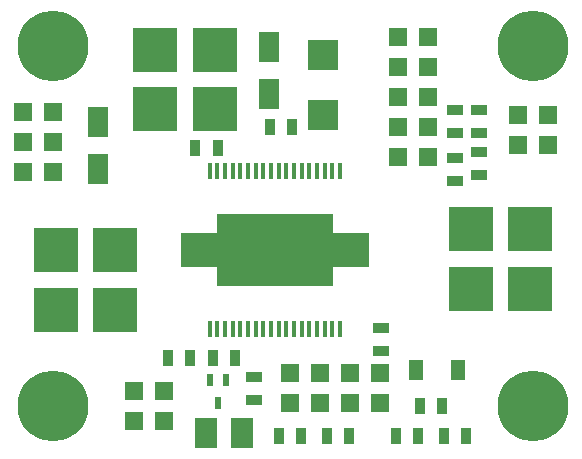
<source format=gbr>
G04 #@! TF.FileFunction,Soldermask,Bot*
%FSLAX46Y46*%
G04 Gerber Fmt 4.6, Leading zero omitted, Abs format (unit mm)*
G04 Created by KiCad (PCBNEW 0.201503251001+5534~22~ubuntu14.04.1-product) date Čt 26. březen 2015, 00:04:57 CET*
%MOMM*%
G01*
G04 APERTURE LIST*
%ADD10C,0.300000*%
%ADD11R,3.810000X3.810000*%
%ADD12R,0.599440X1.000760*%
%ADD13R,0.889000X1.397000*%
%ADD14R,1.397000X0.889000*%
%ADD15C,6.000000*%
%ADD16R,1.524000X1.524000*%
%ADD17R,1.300480X1.699260*%
%ADD18R,1.800860X2.499360*%
%ADD19R,2.499360X2.550160*%
%ADD20R,1.950720X2.499360*%
%ADD21R,0.398780X1.399540*%
%ADD22R,9.799320X6.197600*%
%ADD23R,3.098800X2.898140*%
G04 APERTURE END LIST*
D10*
D11*
X13716000Y35226000D03*
X13716000Y30226000D03*
X18796000Y35226000D03*
X18796000Y30226000D03*
D12*
X19700240Y7299960D03*
X18399760Y7299960D03*
X19050000Y5400040D03*
D13*
X28257500Y2540000D03*
X30162500Y2540000D03*
X24193500Y2540000D03*
X26098500Y2540000D03*
D14*
X41148000Y30162500D03*
X41148000Y28257500D03*
X39116000Y30162500D03*
X39116000Y28257500D03*
D13*
X34099500Y2540000D03*
X36004500Y2540000D03*
D15*
X45720000Y35560000D03*
X45720000Y5080000D03*
X5080000Y35560000D03*
X5080000Y5080000D03*
D16*
X27686000Y5334000D03*
X27686000Y7874000D03*
D11*
X10334000Y18288000D03*
X5334000Y18288000D03*
X10334000Y13208000D03*
X5334000Y13208000D03*
X40466000Y20066000D03*
X45466000Y20066000D03*
X40466000Y14986000D03*
X45466000Y14986000D03*
D16*
X25146000Y7874000D03*
X25146000Y5334000D03*
X30226000Y5334000D03*
X30226000Y7874000D03*
X11938000Y3810000D03*
X11938000Y6350000D03*
X14478000Y3810000D03*
X14478000Y6350000D03*
X34290000Y31242000D03*
X36830000Y31242000D03*
X34290000Y36322000D03*
X36830000Y36322000D03*
X34290000Y33782000D03*
X36830000Y33782000D03*
X34290000Y28702000D03*
X36830000Y28702000D03*
X32766000Y5334000D03*
X32766000Y7874000D03*
X44450000Y27178000D03*
X46990000Y27178000D03*
X44450000Y29718000D03*
X46990000Y29718000D03*
X34290000Y26162000D03*
X36830000Y26162000D03*
X2540000Y29972000D03*
X5080000Y29972000D03*
X2540000Y27432000D03*
X5080000Y27432000D03*
X2540000Y24892000D03*
X5080000Y24892000D03*
D17*
X39342060Y8128000D03*
X35841940Y8128000D03*
D18*
X8890000Y29176980D03*
X8890000Y25179020D03*
X23368000Y35526980D03*
X23368000Y31529020D03*
D13*
X36131500Y5080000D03*
X38036500Y5080000D03*
D14*
X22098000Y5651500D03*
X22098000Y7556500D03*
D13*
X18605500Y9144000D03*
X20510500Y9144000D03*
D14*
X41148000Y26606500D03*
X41148000Y24701500D03*
X39116000Y26098500D03*
X39116000Y24193500D03*
D13*
X38163500Y2540000D03*
X40068500Y2540000D03*
D19*
X27940000Y34782760D03*
X27940000Y29733240D03*
D13*
X16700500Y9144000D03*
X14795500Y9144000D03*
D20*
X18008600Y2794000D03*
X21107400Y2794000D03*
D14*
X32893000Y11684000D03*
X32893000Y9779000D03*
D13*
X23431500Y28702000D03*
X25336500Y28702000D03*
X19050000Y26924000D03*
X17145000Y26924000D03*
D21*
X29400500Y11590020D03*
X28750260Y11590020D03*
X28100020Y11590020D03*
X27449780Y11590020D03*
X26799540Y11590020D03*
X26149300Y11590020D03*
X25499060Y11590020D03*
X24848820Y11590020D03*
X24198580Y11590020D03*
X23553420Y11590020D03*
X22903180Y11590020D03*
X22252940Y11590020D03*
X21602700Y11590020D03*
X20952460Y11590020D03*
X20302220Y11590020D03*
X19651980Y11590020D03*
X19001740Y11590020D03*
X18351500Y11590020D03*
X18351500Y24985980D03*
X19001740Y24985980D03*
X19651980Y24985980D03*
X20302220Y24985980D03*
X20952460Y24985980D03*
X21602700Y24985980D03*
X22252940Y24985980D03*
X22903180Y24985980D03*
X23553420Y24985980D03*
X24198580Y24985980D03*
X24848820Y24985980D03*
X25499060Y24985980D03*
X26149300Y24985980D03*
X26799540Y24985980D03*
X27449780Y24985980D03*
X28100020Y24985980D03*
X28750260Y24985980D03*
X29400500Y24985980D03*
D22*
X23876000Y18288000D03*
D23*
X30325060Y18288000D03*
X17426940Y18288000D03*
M02*

</source>
